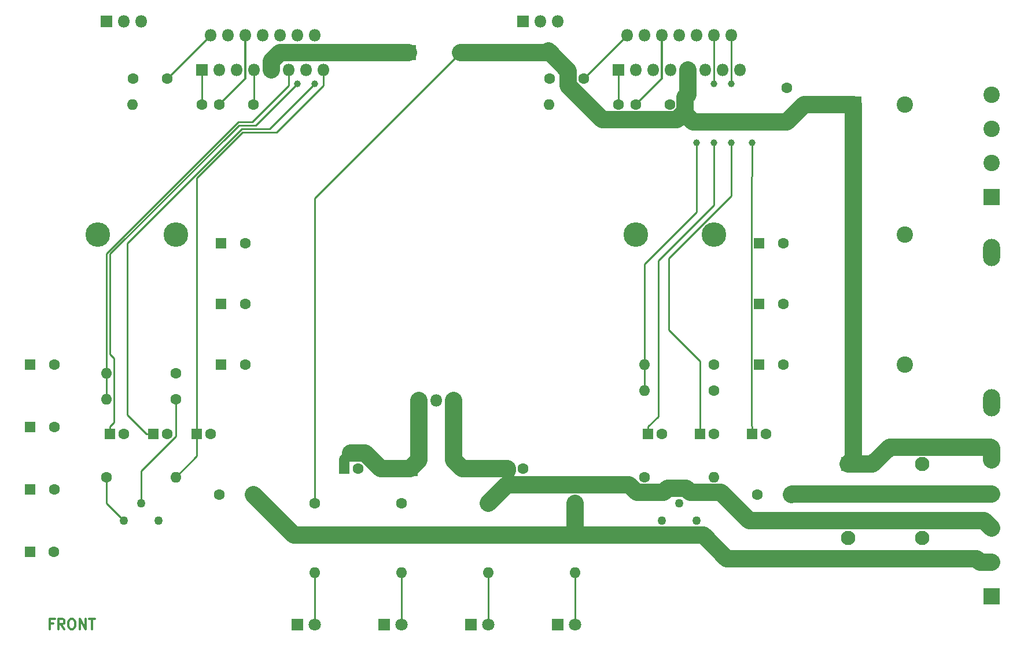
<source format=gtl>
G04 #@! TF.FileFunction,Copper,L1,Top,Signal*
%FSLAX46Y46*%
G04 Gerber Fmt 4.6, Leading zero omitted, Abs format (unit mm)*
G04 Created by KiCad (PCBNEW 4.0.7) date 10/02/17 10:26:58*
%MOMM*%
%LPD*%
G01*
G04 APERTURE LIST*
%ADD10C,0.100000*%
%ADD11C,0.300000*%
%ADD12O,2.500000X4.000000*%
%ADD13R,2.400000X2.400000*%
%ADD14C,2.400000*%
%ADD15C,1.600000*%
%ADD16R,1.600000X1.600000*%
%ADD17C,2.100000*%
%ADD18R,2.100000X2.100000*%
%ADD19R,2.200000X2.200000*%
%ADD20O,2.200000X2.200000*%
%ADD21C,3.600000*%
%ADD22O,1.600000X1.600000*%
%ADD23R,1.800000X1.800000*%
%ADD24O,1.800000X1.800000*%
%ADD25C,1.800000*%
%ADD26C,1.260000*%
%ADD27C,1.000000*%
%ADD28C,2.500000*%
%ADD29C,0.250000*%
%ADD30C,1.500000*%
G04 APERTURE END LIST*
D10*
D11*
X78601429Y-137052857D02*
X78101429Y-137052857D01*
X78101429Y-137838571D02*
X78101429Y-136338571D01*
X78815715Y-136338571D01*
X80244286Y-137838571D02*
X79744286Y-137124286D01*
X79387143Y-137838571D02*
X79387143Y-136338571D01*
X79958571Y-136338571D01*
X80101429Y-136410000D01*
X80172857Y-136481429D01*
X80244286Y-136624286D01*
X80244286Y-136838571D01*
X80172857Y-136981429D01*
X80101429Y-137052857D01*
X79958571Y-137124286D01*
X79387143Y-137124286D01*
X81172857Y-136338571D02*
X81458571Y-136338571D01*
X81601429Y-136410000D01*
X81744286Y-136552857D01*
X81815714Y-136838571D01*
X81815714Y-137338571D01*
X81744286Y-137624286D01*
X81601429Y-137767143D01*
X81458571Y-137838571D01*
X81172857Y-137838571D01*
X81030000Y-137767143D01*
X80887143Y-137624286D01*
X80815714Y-137338571D01*
X80815714Y-136838571D01*
X80887143Y-136552857D01*
X81030000Y-136410000D01*
X81172857Y-136338571D01*
X82458572Y-137838571D02*
X82458572Y-136338571D01*
X83315715Y-137838571D01*
X83315715Y-136338571D01*
X83815715Y-136338571D02*
X84672858Y-136338571D01*
X84244287Y-137838571D02*
X84244287Y-136338571D01*
D12*
X215900000Y-82648000D03*
X215900000Y-104648000D03*
D13*
X195700000Y-99060000D03*
D14*
X203200000Y-99060000D03*
D13*
X195700000Y-80010000D03*
D14*
X203200000Y-80010000D03*
D13*
X195700000Y-60960000D03*
D14*
X203200000Y-60960000D03*
D15*
X185928000Y-63500000D03*
X185928000Y-58500000D03*
X156210000Y-57150000D03*
X151210000Y-57150000D03*
X168830000Y-60960000D03*
X163830000Y-60960000D03*
D16*
X180880000Y-109220000D03*
D15*
X182880000Y-109220000D03*
D16*
X173260000Y-109220000D03*
D15*
X175260000Y-109220000D03*
D16*
X165640000Y-109220000D03*
D15*
X167640000Y-109220000D03*
D16*
X181920000Y-99060000D03*
D15*
X185420000Y-99060000D03*
D16*
X181920000Y-90170000D03*
D15*
X185420000Y-90170000D03*
D16*
X181920000Y-81280000D03*
D15*
X185420000Y-81280000D03*
X186610000Y-118110000D03*
X181610000Y-118110000D03*
X95250000Y-57150000D03*
X90250000Y-57150000D03*
X107870000Y-60960000D03*
X102870000Y-60960000D03*
D16*
X99600000Y-109220000D03*
D15*
X101600000Y-109220000D03*
D16*
X93250000Y-109220000D03*
D15*
X95250000Y-109220000D03*
D16*
X86900000Y-109220000D03*
D15*
X88900000Y-109220000D03*
D16*
X103180000Y-81280000D03*
D15*
X106680000Y-81280000D03*
D16*
X103180000Y-90170000D03*
D15*
X106680000Y-90170000D03*
D16*
X103180000Y-99060000D03*
D15*
X106680000Y-99060000D03*
X107870000Y-118110000D03*
X102870000Y-118110000D03*
D16*
X121190000Y-114300000D03*
D15*
X123190000Y-114300000D03*
D16*
X145320000Y-114300000D03*
D15*
X147320000Y-114300000D03*
D17*
X205740000Y-124460000D03*
X205740000Y-113660000D03*
D18*
X194940000Y-113660000D03*
D17*
X194940000Y-124460000D03*
D19*
X130810000Y-114300000D03*
D20*
X138430000Y-114300000D03*
D21*
X175260000Y-80010000D03*
X163830000Y-80010000D03*
X96520000Y-80010000D03*
X85090000Y-80010000D03*
D15*
X116840000Y-119380000D03*
D22*
X116840000Y-129540000D03*
D15*
X161290000Y-60960000D03*
D22*
X151130000Y-60960000D03*
D15*
X175260000Y-99060000D03*
D22*
X165100000Y-99060000D03*
D15*
X175260000Y-102870000D03*
D22*
X165100000Y-102870000D03*
D15*
X165100000Y-115570000D03*
D22*
X175260000Y-115570000D03*
D15*
X129540000Y-119380000D03*
D22*
X129540000Y-129540000D03*
D15*
X100330000Y-60960000D03*
D22*
X90170000Y-60960000D03*
D15*
X96520000Y-100330000D03*
D22*
X86360000Y-100330000D03*
D15*
X96520000Y-104140000D03*
D22*
X86360000Y-104140000D03*
D15*
X86360000Y-115570000D03*
D22*
X96520000Y-115570000D03*
D15*
X154940000Y-119380000D03*
D22*
X154940000Y-129540000D03*
D15*
X142240000Y-119380000D03*
D22*
X142240000Y-129540000D03*
D23*
X147320000Y-48768000D03*
D24*
X149860000Y-48768000D03*
X152400000Y-48768000D03*
D23*
X161290000Y-55880000D03*
D24*
X162560000Y-50800000D03*
X163830000Y-55880000D03*
X165100000Y-50800000D03*
X166370000Y-55880000D03*
X167640000Y-50800000D03*
X168910000Y-55880000D03*
X170180000Y-50800000D03*
X171450000Y-55880000D03*
X172720000Y-50800000D03*
X173990000Y-55880000D03*
X175260000Y-50800000D03*
X176530000Y-55880000D03*
X177800000Y-50800000D03*
X179070000Y-55880000D03*
D23*
X86360000Y-48768000D03*
D24*
X88900000Y-48768000D03*
X91440000Y-48768000D03*
D23*
X100330000Y-55880000D03*
D24*
X101600000Y-50800000D03*
X102870000Y-55880000D03*
X104140000Y-50800000D03*
X105410000Y-55880000D03*
X106680000Y-50800000D03*
X107950000Y-55880000D03*
X109220000Y-50800000D03*
X110490000Y-55880000D03*
X111760000Y-50800000D03*
X113030000Y-55880000D03*
X114300000Y-50800000D03*
X115570000Y-55880000D03*
X116840000Y-50800000D03*
X118110000Y-55880000D03*
D23*
X132080000Y-104290000D03*
D24*
X134620000Y-104290000D03*
X137160000Y-104290000D03*
D23*
X114300000Y-137160000D03*
D25*
X116840000Y-137160000D03*
D23*
X127000000Y-137160000D03*
D25*
X129540000Y-137160000D03*
D23*
X152400000Y-137160000D03*
D25*
X154940000Y-137160000D03*
D23*
X139700000Y-137160000D03*
D25*
X142240000Y-137160000D03*
D13*
X215900000Y-74516000D03*
D14*
X215900000Y-69516000D03*
X215900000Y-64516000D03*
X215900000Y-59516000D03*
D13*
X215900000Y-133016000D03*
D14*
X215900000Y-128016000D03*
X215900000Y-123016000D03*
X215900000Y-118016000D03*
X215900000Y-113016000D03*
D16*
X75240000Y-99060000D03*
D15*
X78740000Y-99060000D03*
D16*
X75240000Y-108204000D03*
D15*
X78740000Y-108204000D03*
D16*
X75240000Y-117348000D03*
D15*
X78740000Y-117348000D03*
D16*
X75184000Y-126492000D03*
D15*
X78684000Y-126492000D03*
D19*
X130556000Y-53340000D03*
D20*
X138176000Y-53340000D03*
D26*
X172720000Y-121920000D03*
X170180000Y-119380000D03*
X167640000Y-121920000D03*
X93980000Y-121920000D03*
X91440000Y-119380000D03*
X88900000Y-121920000D03*
D27*
X180848000Y-66548000D03*
X177800000Y-66548000D03*
X177800000Y-57912000D03*
X175260000Y-66548000D03*
X175260000Y-57912000D03*
X116840000Y-57912000D03*
X114300000Y-57912000D03*
X172720000Y-66548000D03*
D28*
X185928000Y-63500000D02*
X172212000Y-63500000D01*
X195700000Y-60960000D02*
X188468000Y-60960000D01*
X188468000Y-60960000D02*
X185928000Y-63500000D01*
D29*
X116840000Y-119380000D02*
X116840000Y-74676000D01*
X138176000Y-53340000D02*
X137076001Y-54439999D01*
X137076001Y-54439999D02*
X116840000Y-74676000D01*
D28*
X138176000Y-53340000D02*
X150850002Y-53340000D01*
X150850002Y-53340000D02*
X151040001Y-53150001D01*
X215900000Y-113016000D02*
X215900000Y-111318944D01*
X215741055Y-111159999D02*
X200990001Y-111159999D01*
X215900000Y-111318944D02*
X215741055Y-111159999D01*
X200990001Y-111159999D02*
X198490000Y-113660000D01*
X198490000Y-113660000D02*
X194940000Y-113660000D01*
X170916001Y-62204001D02*
X171080001Y-62040001D01*
X171080001Y-62040001D02*
X171080001Y-59879999D01*
X171080001Y-59879999D02*
X171450000Y-59510000D01*
X195700000Y-60960000D02*
X195700000Y-63500000D01*
X195700000Y-63500000D02*
X195700000Y-80010000D01*
X170916001Y-62204001D02*
X172212000Y-63500000D01*
X169910001Y-63210001D02*
X170916001Y-62204001D01*
X171450000Y-59510000D02*
X171450000Y-55880000D01*
X151040001Y-53150001D02*
X153959999Y-56069999D01*
X153959999Y-56069999D02*
X153959999Y-58230001D01*
X158939999Y-63210001D02*
X169910001Y-63210001D01*
X153959999Y-58230001D02*
X158939999Y-63210001D01*
X171450000Y-57152792D02*
X171450000Y-55880000D01*
X195700000Y-99060000D02*
X195700000Y-112900000D01*
X195700000Y-112900000D02*
X194940000Y-113660000D01*
X195700000Y-80010000D02*
X195700000Y-99060000D01*
D29*
X162560000Y-50800000D02*
X156210000Y-57150000D01*
D11*
X167640000Y-50800000D02*
X167640000Y-57150000D01*
X167640000Y-57150000D02*
X163830000Y-60960000D01*
D29*
X180794999Y-71574999D02*
X180848000Y-71521998D01*
X180848000Y-71521998D02*
X180848000Y-66548000D01*
X180794999Y-71574999D02*
X180794999Y-108084999D01*
X180880000Y-108170000D02*
X180880000Y-109220000D01*
X180794999Y-108084999D02*
X180880000Y-108170000D01*
X168656000Y-93980000D02*
X173260000Y-98584000D01*
X173260000Y-98584000D02*
X173260000Y-109220000D01*
X177800000Y-66548000D02*
X177800000Y-74324998D01*
X177800000Y-74324998D02*
X168656000Y-83468998D01*
X168656000Y-83468998D02*
X168656000Y-93980000D01*
X177800000Y-50800000D02*
X177800000Y-57912000D01*
X175260000Y-57912000D02*
X175260000Y-50800000D01*
X175260000Y-66548000D02*
X175260000Y-75692000D01*
X167132000Y-83820000D02*
X167132000Y-106678000D01*
X175260000Y-75692000D02*
X167132000Y-83820000D01*
X167132000Y-106678000D02*
X165640000Y-108170000D01*
X165640000Y-108170000D02*
X165640000Y-109220000D01*
D28*
X215900000Y-118016000D02*
X186704000Y-118016000D01*
X186704000Y-118016000D02*
X186610000Y-118110000D01*
D29*
X101600000Y-50800000D02*
X95250000Y-57150000D01*
X107950000Y-55880000D02*
X107950000Y-60880000D01*
X107950000Y-60880000D02*
X107870000Y-60960000D01*
D11*
X106680000Y-50800000D02*
X106680000Y-57150000D01*
X106680000Y-57150000D02*
X102870000Y-60960000D01*
D29*
X118110000Y-55880000D02*
X118110000Y-58166000D01*
X118110000Y-58166000D02*
X111252000Y-65024000D01*
X111252000Y-65024000D02*
X106300410Y-65024000D01*
X106300410Y-65024000D02*
X99600000Y-71724410D01*
X99600000Y-71724410D02*
X99600000Y-109220000D01*
X96520000Y-115570000D02*
X99600000Y-112490000D01*
X99600000Y-112490000D02*
X99600000Y-109220000D01*
X116840000Y-57912000D02*
X110236000Y-64516000D01*
X110236000Y-64516000D02*
X106172000Y-64516000D01*
X106172000Y-64516000D02*
X89408000Y-81280000D01*
X89408000Y-81280000D02*
X89408000Y-106428000D01*
X89408000Y-106428000D02*
X92200000Y-109220000D01*
X92200000Y-109220000D02*
X93250000Y-109220000D01*
X114300000Y-57912000D02*
X108204000Y-64008000D01*
X108204000Y-64008000D02*
X105792410Y-64008000D01*
X86932205Y-82868205D02*
X86932205Y-83247795D01*
X105792410Y-64008000D02*
X86932205Y-82868205D01*
X86868000Y-83312000D02*
X86868000Y-97536000D01*
X87485001Y-107584999D02*
X86900000Y-108170000D01*
X86932205Y-83247795D02*
X86868000Y-83312000D01*
X87485001Y-98153001D02*
X87485001Y-107584999D01*
X86868000Y-97536000D02*
X87485001Y-98153001D01*
X86900000Y-108170000D02*
X86900000Y-109220000D01*
D28*
X215900000Y-128016000D02*
X214202944Y-128016000D01*
X213694944Y-127508000D02*
X177179600Y-127508000D01*
X214202944Y-128016000D02*
X213694944Y-127508000D01*
X177179600Y-127508000D02*
X173761601Y-124090001D01*
X173761601Y-124090001D02*
X154940000Y-124090001D01*
X154940000Y-124090001D02*
X113850001Y-124090001D01*
X154940000Y-119380000D02*
X154940000Y-124090001D01*
X108669999Y-118909999D02*
X107870000Y-118110000D01*
X113850001Y-124090001D02*
X108669999Y-118909999D01*
D29*
X145320000Y-114300000D02*
X145320000Y-116300000D01*
X145320000Y-116300000D02*
X144940010Y-116679990D01*
D28*
X145069999Y-114550001D02*
X145069999Y-114300000D01*
X215900000Y-123016000D02*
X214843999Y-121959999D01*
X168540001Y-117209999D02*
X167929999Y-117820001D01*
X167929999Y-117820001D02*
X164019999Y-117820001D01*
X214843999Y-121959999D02*
X180479999Y-121959999D01*
X180479999Y-121959999D02*
X176340001Y-117820001D01*
X171221601Y-117209999D02*
X168540001Y-117209999D01*
X176340001Y-117820001D02*
X171831603Y-117820001D01*
X171831603Y-117820001D02*
X171221601Y-117209999D01*
X164019999Y-117820001D02*
X162879988Y-116679990D01*
X162879988Y-116679990D02*
X144940010Y-116679990D01*
X144940010Y-116679990D02*
X142240000Y-119380000D01*
X145069999Y-114300000D02*
X142240000Y-114300000D01*
X138430000Y-114300000D02*
X142240000Y-114300000D01*
X137160000Y-104290000D02*
X137160000Y-113030000D01*
X137160000Y-113030000D02*
X138430000Y-114300000D01*
D29*
X116840000Y-129540000D02*
X116840000Y-137160000D01*
X129540000Y-129540000D02*
X129540000Y-137160000D01*
X154940000Y-129540000D02*
X154940000Y-137160000D01*
X142240000Y-129540000D02*
X142240000Y-137160000D01*
X161290000Y-60960000D02*
X161290000Y-55880000D01*
X165100000Y-99060000D02*
X165100000Y-100191370D01*
X165100000Y-100191370D02*
X165100000Y-102870000D01*
X165100000Y-93980000D02*
X165100000Y-99060000D01*
X165100000Y-84328000D02*
X165100000Y-93980000D01*
X172720000Y-76708000D02*
X165100000Y-84328000D01*
X172720000Y-66548000D02*
X172720000Y-76708000D01*
X100330000Y-60960000D02*
X100330000Y-55880000D01*
X113030000Y-55880000D02*
X113030000Y-58166000D01*
X86360000Y-99198630D02*
X86360000Y-100330000D01*
X113030000Y-58166000D02*
X107696000Y-63500000D01*
X107696000Y-63500000D02*
X105664000Y-63500000D01*
X105664000Y-63500000D02*
X86360000Y-82804000D01*
X86360000Y-82804000D02*
X86360000Y-99198630D01*
X86360000Y-104140000D02*
X86360000Y-100330000D01*
X96520000Y-104140000D02*
X96520000Y-109615002D01*
X96520000Y-109615002D02*
X91440000Y-114695002D01*
X91440000Y-114695002D02*
X91440000Y-118361767D01*
X91440000Y-118361767D02*
X91440000Y-119380000D01*
X86360000Y-115570000D02*
X86360000Y-119380000D01*
X86360000Y-119380000D02*
X88900000Y-121920000D01*
D30*
X122109999Y-112049999D02*
X121190000Y-112969998D01*
X121190000Y-112969998D02*
X121190000Y-114300000D01*
D28*
X130810000Y-114300000D02*
X126520002Y-114300000D01*
X124270001Y-112049999D02*
X122109999Y-112049999D01*
X126520002Y-114300000D02*
X124270001Y-112049999D01*
X132080000Y-104290000D02*
X132080000Y-113030000D01*
X132080000Y-113030000D02*
X130810000Y-114300000D01*
X130556000Y-53340000D02*
X111757208Y-53340000D01*
X111757208Y-53340000D02*
X110490000Y-54607208D01*
X110490000Y-54607208D02*
X110490000Y-55880000D01*
M02*

</source>
